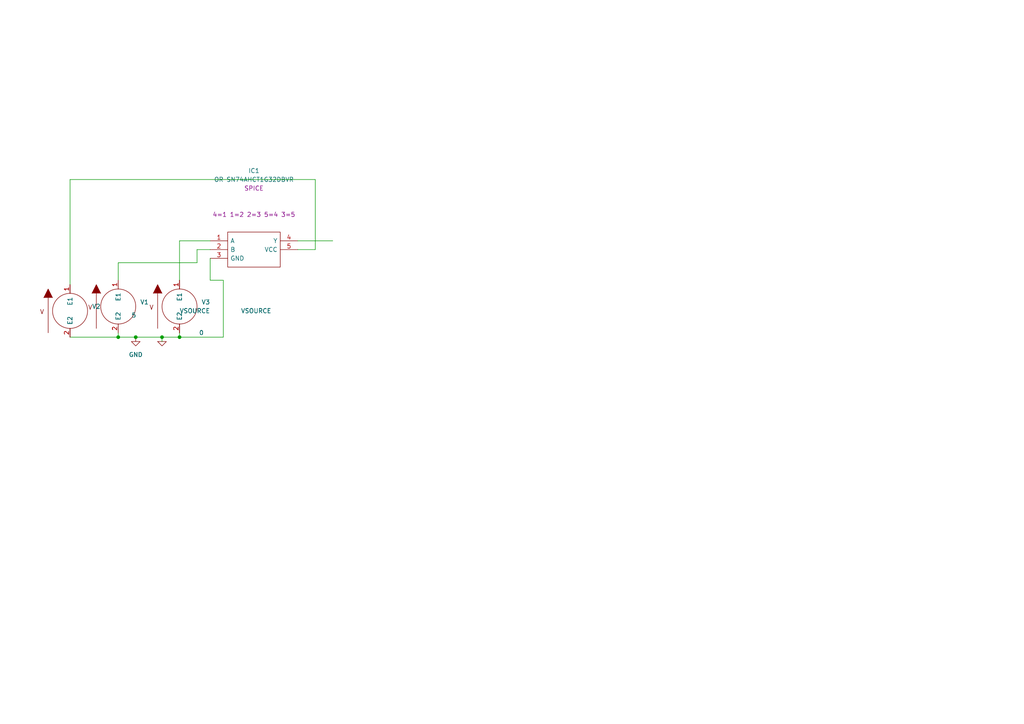
<source format=kicad_sch>
(kicad_sch (version 20211123) (generator eeschema)
  (paper "A4")
  (lib_symbols
    (symbol "EPSA_Lib:OR SN74AHCT1G32DBVR" (pin_names (offset 0.762))
      (property "Reference" "IC" (at 21.59 7.62 0))
      (property "Value" "OR SN74AHCT1G32DBVR" (at 21.59 5.08 0))
      (property "Spice_Primitive" "X" (at 21.59 7.62 0))
      (property "Spice_Model" "SN74AHCT1G32" (at 21.59 7.62 0))
      (property "Spice_Netlist_Enabled" "Y" (at 21.59 7.62 0))
      (property "Spice_Node_Sequence" "4,1,2,5,3" (at 21.59 7.62 0))
      (property "Spice_Lib_File" "C:\\AA_ECL\\EPSA\\Saison 2023\\Git Cloning\\epsa-saison-2023-dir-pro\\Conception\\Composant electronique\\spice model\\Gates SN74AHCT1G 0.7\\Or\\SN74AHCT1G32.lib" (at 21.59 7.62 0))
      (symbol "OR SN74AHCT1G32DBVR_0_0"
        (pin passive line (at 0 0 0) (length 5.08) (name "A") (number "1"))
        (pin passive line (at 0 -2.54 0) (length 5.08) (name "B") (number "2"))
        (pin passive line (at 0 -5.08 0) (length 5.08) (name "GND") (number "3"))
        (pin passive line (at 25.4 0 180) (length 5.08) (name "Y") (number "4"))
        (pin passive line (at 25.4 -2.54 180) (length 5.08) (name "VCC") (number "5"))
      )
      (symbol "OR SN74AHCT1G32DBVR_0_1"
        (polyline (pts (xy 5.08 2.54) (xy 20.32 2.54) (xy 20.32 -7.62) (xy 5.08 -7.62) (xy 5.08 2.54)) (stroke (width 0.1524)))
      )
    )
    (symbol "power:GND" (power) (pin_names (offset 0))
      (property "Value" "GND" (at 0 -3.81 0))
      (symbol "GND_0_1"
        (polyline (pts (xy 0 0) (xy 0 -1.27) (xy 1.27 -1.27) (xy 0 -2.54) (xy -1.27 -1.27) (xy 0 -1.27)))
      )
      (symbol "GND_1_1"
        (pin power_in line (at 0 0 270) (length 0) hide (name "GND") (number "1"))
      )
    )
    (symbol "pspice:0" (power) (pin_names (offset 0))
      (property "Value" "0" (at 0 -1.778 0))
      (symbol "0_0_1"
        (polyline (pts (xy -1.27 0) (xy 0 -1.27) (xy 1.27 0) (xy -1.27 0)))
      )
      (symbol "0_1_1"
        (pin power_in line (at 0 0 0) (length 0) hide (name "0") (number "1"))
      )
    )
    (symbol "pspice:VSOURCE" (pin_names (offset 1.016))
      (property "Reference" "V" (at -6.35 7.62 0))
      (property "Value" "VSOURCE" (at 0 0 0))
      (symbol "VSOURCE_0_1"
        (polyline (pts (xy -6.35 -6.35) (xy -6.35 3.81)) (fill (type outline)))
        (polyline (pts (xy -7.62 3.81) (xy -6.35 6.35) (xy -5.08 3.81)) (fill (type outline)))
        (circle (center 0 0) (radius 5.08))
        (text "V" (at -8.128 -0.254 0) (effects (font (size 1.27 1.27))))
      )
      (symbol "VSOURCE_1_1"
        (pin input line (at 0 7.62 270) (length 2.54) (name "E1") (number "1"))
        (pin input line (at 0 -7.62 90) (length 2.54) (name "E2") (number "2"))
      )
    )
  )
  (junction (at 46.99 97.79))
  (junction (at 52.07 97.79))
  (junction (at 34.29 97.79))
  (junction (at 39.37 97.79))
  (wire (pts (xy 34.29 96.52) (xy 34.29 97.79)))
  (wire (pts (xy 46.99 97.79) (xy 52.07 97.79)))
  (wire (pts (xy 46.99 97.79) (xy 46.99 99.06)))
  (wire (pts (xy 52.07 81.28) (xy 52.07 69.85)))
  (wire (pts (xy 20.32 97.79) (xy 34.29 97.79)))
  (wire (pts (xy 34.29 97.79) (xy 39.37 97.79)))
  (wire (pts (xy 57.15 72.39) (xy 60.96 72.39)))
  (wire (pts (xy 34.29 76.2) (xy 34.29 81.28)))
  (wire (pts (xy 60.96 74.93) (xy 60.96 81.28)))
  (wire (pts (xy 52.07 69.85) (xy 60.96 69.85)))
  (wire (pts (xy 60.96 81.28) (xy 64.77 81.28)))
  (wire (pts (xy 86.36 69.85) (xy 96.52 69.85)))
  (wire (pts (xy 52.07 96.52) (xy 52.07 97.79)))
  (wire (pts (xy 91.44 72.39) (xy 91.44 52.07)))
  (wire (pts (xy 39.37 97.79) (xy 46.99 97.79)))
  (wire (pts (xy 20.32 82.55) (xy 20.32 52.07)))
  (wire (pts (xy 86.36 72.39) (xy 91.44 72.39)))
  (wire (pts (xy 52.07 97.79) (xy 64.77 97.79)))
  (wire (pts (xy 20.32 52.07) (xy 91.44 52.07)))
  (wire (pts (xy 57.15 76.2) (xy 57.15 72.39)))
  (wire (pts (xy 64.77 97.79) (xy 64.77 81.28)))
  (wire (pts (xy 34.29 76.2) (xy 57.15 76.2)))
  (symbol (lib_id "pspice:VSOURCE") (at 20.32 90.17 0) (unit 1)
    (property "Reference" "V2" (at 26.67 88.8999 0) (effects (justify left)))
    (property "Value" "VSOURCE" (at 38.1 91.4399 0) (effects (justify left)))
    (property "Spice_Primitive" "V" (effects hide))
    (property "Spice_Model" "dc 5" (effects hide))
    (property "Spice_Netlist_Enabled" "Y" (effects hide))
  )
  (symbol (lib_id "pspice:VSOURCE") (at 52.07 88.9 0) (unit 1)
    (property "Reference" "V3" (at 58.42 87.6299 0) (effects (justify left)))
    (property "Value" "VSOURCE" (at 69.85 90.1699 0) (effects (justify left)))
    (property "Spice_Primitive" "V" (effects hide))
    (property "Spice_Model" "dc 5 pulse(0 5 1 100m 100m 2 4)" (effects hide))
    (property "Spice_Netlist_Enabled" "Y" (effects hide))
  )
  (symbol (lib_id "pspice:0") (at 46.99 99.06 0) (unit 1)
    (property "Reference" "#GND01" (effects hide))
    (property "Value" "0" (at 58.42 96.52 0))
  )
  (symbol (lib_id "pspice:VSOURCE") (at 34.29 88.9 0) (unit 1)
    (property "Reference" "V1" (at 40.64 87.6299 0) (effects (justify left)))
    (property "Value" "VSOURCE" (at 52.07 90.1699 0) (effects (justify left)))
    (property "Spice_Primitive" "V" (effects hide))
    (property "Spice_Model" "dc 5 pulse(0 5 2 100m 100m 2 4)" (effects hide))
    (property "Spice_Netlist_Enabled" "Y" (effects hide))
  )
  (symbol (lib_id "power:GND") (at 39.37 97.79 0) (unit 1)
    (property "Reference" "#PWR01" (effects hide))
    (property "Value" "GND" (at 39.37 102.87 0))
  )
  (symbol (lib_id "EPSA_Lib:OR SN74AHCT1G32DBVR") (at 60.96 69.85 0) (unit 1)
    (property "Reference" "IC1" (at 73.66 49.53 0))
    (property "Value" "OR SN74AHCT1G32DBVR" (at 73.66 52.07 0))
    (property "Footprint" "SOT95P280X145-5N" (effects hide))
    (property "Datasheet" "http://www.ti.com/lit/ds/symlink/sn74ahct1g32.pdf" (effects hide))
    (property "Description" "2-Input Positive-OR Gate SN74AHCT1G32DBV" (effects hide))
    (property "Height" "1.45" (effects hide))
    (property "Manufacturer_Name" "Texas Instruments" (effects hide))
    (property "Manufacturer_Part_Number" "SN74AHCT1G32DBVR" (effects hide))
    (property "Mouser Part Number" "595-SN74AHCT1G32DBVR" (effects hide))
    (property "Mouser Price/Stock" "https://www.mouser.co.uk/ProductDetail/Texas-Instruments/SN74AHCT1G32DBVR?qs=0le1rQK8zxpIB8pUTaKa9Q%3D%3D" (effects hide))
    (property "Arrow Part Number" "SN74AHCT1G32DBVR" (effects hide))
    (property "Arrow Price/Stock" "https://www.arrow.com/en/products/sn74ahct1g32dbvr/texas-instruments" (effects hide))
    (property "Spice_Primitive" "X" (at 73.66 54.61 0))
    (property "Spice_Model" "SN74AHCT1G32" (at 73.66 57.15 0))
    (property "Spice_Netlist_Enabled" "Y" (at 73.66 59.69 0))
    (property "Spice_Node_Sequence" "4,1,2,5,3" (at 73.66 62.23 0))
    (property "Spice_Lib_File" "C:\\AA_ECL\\EPSA\\Saison 2023\\Git Cloning\\epsa-saison-2023-dir-pro\\Conception\\Composant electronique\\spice model\\Gates SN74AHCT1G 0.7\\Or\\SN74AHCT1G32.lib" (at 73.66 64.77 0))
  )
)
</source>
